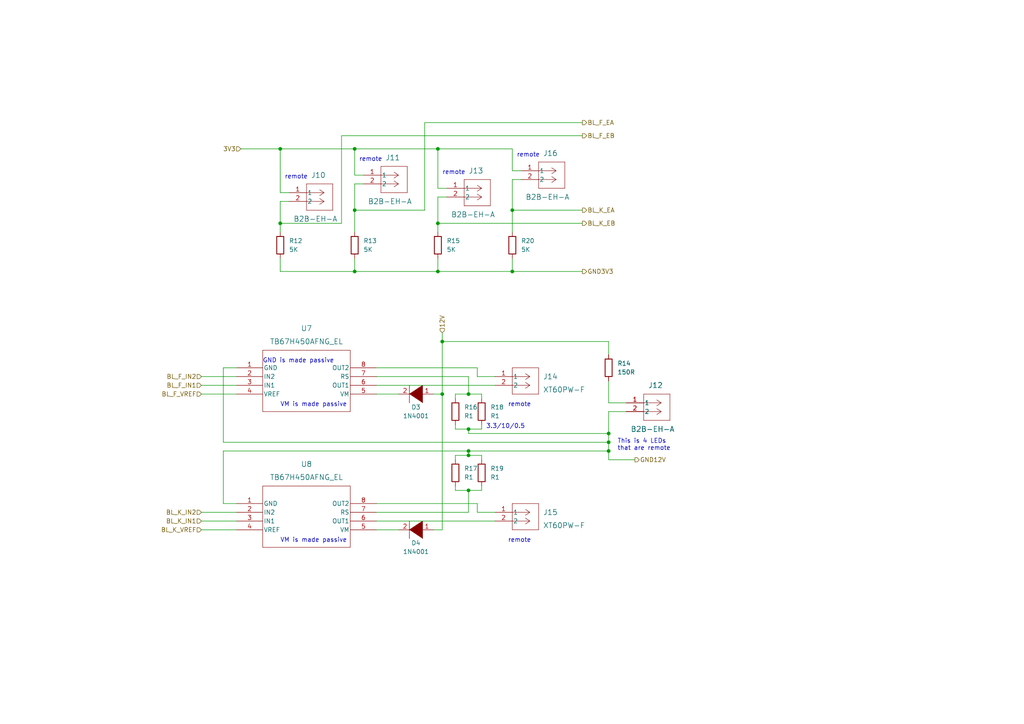
<source format=kicad_sch>
(kicad_sch (version 20211123) (generator eeschema)
  (paper "A4")
  (title_block (title "First pcb for quadruped robot v3") (date "2024-02-06") (rev "0") (company "By Andrey Shefa"))
  (lib_symbols
    (symbol "Device:R" (pin_numbers hide) (pin_names (offset 0))
      (property "Reference" "R" (at 2.032 0 90))
      (property "Value" "R" (at 0 0 90))
      (symbol "R_0_1"
        (rectangle (start -1.016 -2.54) (end 1.016 2.54) (stroke (width 0.254)))
      )
      (symbol "R_1_1"
        (pin passive line (at 0 3.81 270) (length 1.27) (name "~") (number "1"))
        (pin passive line (at 0 -3.81 90) (length 1.27) (name "~") (number "2"))
      )
    )
    (symbol "TB67H450AFNG_EL_1" (pin_names (offset 0.254))
      (property "Reference" "U2" (at 20.32 11.43 0))
      (property "Value" "TB67H450AFNG_EL" (at 20.32 7.62 0))
      (symbol "TB67H450AFNG_EL_1_0_1"
        (polyline (pts (xy 7.62 -12.7) (xy 33.02 -12.7)) (stroke (width 0.127)))
        (polyline (pts (xy 7.62 5.08) (xy 7.62 -12.7)) (stroke (width 0.127)))
        (polyline (pts (xy 33.02 -12.7) (xy 33.02 5.08)) (stroke (width 0.127)))
        (polyline (pts (xy 33.02 5.08) (xy 7.62 5.08)) (stroke (width 0.127)))
        (pin passive line (at 0 0 0) (length 7.62) (name "GND") (number "1"))
        (pin input line (at 0 -2.54 0) (length 7.62) (name "IN2") (number "2"))
        (pin input line (at 0 -5.08 0) (length 7.62) (name "IN1") (number "3"))
        (pin unspecified line (at 0 -7.62 0) (length 7.62) (name "VREF") (number "4"))
        (pin passive line (at 40.64 -7.62 180) (length 7.62) (name "VM") (number "5"))
        (pin output line (at 40.64 -5.08 180) (length 7.62) (name "OUT1") (number "6"))
        (pin unspecified line (at 40.64 -2.54 180) (length 7.62) (name "RS") (number "7"))
        (pin output line (at 40.64 0 180) (length 7.62) (name "OUT2") (number "8"))
      )
    )
    (symbol "library:B2B-EH-A_LFSN" (pin_names (offset 0.254))
      (property "Reference" "J" (at 8.89 6.35 0))
      (property "Value" "B2B-EH-A_LFSN" (at 0 0 0))
      (symbol "B2B-EH-A_LFSN_1_1"
        (polyline (pts (xy 5.08 -5.08) (xy 12.7 -5.08)) (stroke (width 0.127)))
        (polyline (pts (xy 5.08 2.54) (xy 5.08 -5.08)) (stroke (width 0.127)))
        (polyline (pts (xy 10.16 -2.54) (xy 5.08 -2.54)) (stroke (width 0.127)))
        (polyline (pts (xy 10.16 -2.54) (xy 8.89 -3.3867)) (stroke (width 0.127)))
        (polyline (pts (xy 10.16 -2.54) (xy 8.89 -1.6933)) (stroke (width 0.127)))
        (polyline (pts (xy 10.16 0) (xy 5.08 0)) (stroke (width 0.127)))
        (polyline (pts (xy 10.16 0) (xy 8.89 -0.8467)) (stroke (width 0.127)))
        (polyline (pts (xy 10.16 0) (xy 8.89 0.8467)) (stroke (width 0.127)))
        (polyline (pts (xy 12.7 -5.08) (xy 12.7 2.54)) (stroke (width 0.127)))
        (polyline (pts (xy 12.7 2.54) (xy 5.08 2.54)) (stroke (width 0.127)))
        (pin unspecified line (at 0 0 0) (length 5.08) (name "1") (number "1"))
        (pin unspecified line (at 0 -2.54 0) (length 5.08) (name "2") (number "2"))
      )
      (symbol "B2B-EH-A_LFSN_1_2"
        (polyline (pts (xy 5.08 -5.08) (xy 12.7 -5.08)) (stroke (width 0.127)))
        (polyline (pts (xy 5.08 2.54) (xy 5.08 -5.08)) (stroke (width 0.127)))
        (polyline (pts (xy 7.62 -2.54) (xy 5.08 -2.54)) (stroke (width 0.127)))
        (polyline (pts (xy 7.62 -2.54) (xy 8.89 -3.3867)) (stroke (width 0.127)))
        (polyline (pts (xy 7.62 -2.54) (xy 8.89 -1.6933)) (stroke (width 0.127)))
        (polyline (pts (xy 7.62 0) (xy 5.08 0)) (stroke (width 0.127)))
        (polyline (pts (xy 7.62 0) (xy 8.89 -0.8467)) (stroke (width 0.127)))
        (polyline (pts (xy 7.62 0) (xy 8.89 0.8467)) (stroke (width 0.127)))
        (polyline (pts (xy 12.7 -5.08) (xy 12.7 2.54)) (stroke (width 0.127)))
        (polyline (pts (xy 12.7 2.54) (xy 5.08 2.54)) (stroke (width 0.127)))
        (pin unspecified line (at 0 0 0) (length 5.08) (name "1") (number "1"))
        (pin unspecified line (at 0 -2.54 0) (length 5.08) (name "2") (number "2"))
      )
    )
    (symbol "library:TB67H450AFNG_EL" (pin_names (offset 0.254))
      (property "Reference" "U3" (at 20.32 11.43 0))
      (property "Value" "TB67H450AFNG_EL" (at 20.32 7.62 0))
      (symbol "TB67H450AFNG_EL_0_1"
        (polyline (pts (xy 7.62 -12.7) (xy 33.02 -12.7)) (stroke (width 0.127)))
        (polyline (pts (xy 7.62 5.08) (xy 7.62 -12.7)) (stroke (width 0.127)))
        (polyline (pts (xy 33.02 -12.7) (xy 33.02 5.08)) (stroke (width 0.127)))
        (polyline (pts (xy 33.02 5.08) (xy 7.62 5.08)) (stroke (width 0.127)))
        (pin power_out line (at 0 0 0) (length 7.62) (name "GND") (number "1"))
        (pin input line (at 0 -2.54 0) (length 7.62) (name "IN2") (number "2"))
        (pin input line (at 0 -5.08 0) (length 7.62) (name "IN1") (number "3"))
        (pin unspecified line (at 0 -7.62 0) (length 7.62) (name "VREF") (number "4"))
        (pin passive line (at 40.64 -7.62 180) (length 7.62) (name "VM") (number "5"))
        (pin output line (at 40.64 -5.08 180) (length 7.62) (name "OUT1") (number "6"))
        (pin unspecified line (at 40.64 -2.54 180) (length 7.62) (name "RS") (number "7"))
        (pin output line (at 40.64 0 180) (length 7.62) (name "OUT2") (number "8"))
      )
    )
    (symbol "library:XT60PW-F" (pin_names (offset 0.254))
      (property "Reference" "J" (at 8.89 6.35 0))
      (property "Value" "XT60PW-F" (at 0 0 0))
      (symbol "XT60PW-F_1_1"
        (polyline (pts (xy 5.08 -5.08) (xy 12.7 -5.08)) (stroke (width 0.127)))
        (polyline (pts (xy 5.08 2.54) (xy 5.08 -5.08)) (stroke (width 0.127)))
        (polyline (pts (xy 10.16 -2.54) (xy 5.08 -2.54)) (stroke (width 0.127)))
        (polyline (pts (xy 10.16 -2.54) (xy 8.89 -3.3867)) (stroke (width 0.127)))
        (polyline (pts (xy 10.16 -2.54) (xy 8.89 -1.6933)) (stroke (width 0.127)))
        (polyline (pts (xy 10.16 0) (xy 5.08 0)) (stroke (width 0.127)))
        (polyline (pts (xy 10.16 0) (xy 8.89 -0.8467)) (stroke (width 0.127)))
        (polyline (pts (xy 10.16 0) (xy 8.89 0.8467)) (stroke (width 0.127)))
        (polyline (pts (xy 12.7 -5.08) (xy 12.7 2.54)) (stroke (width 0.127)))
        (polyline (pts (xy 12.7 2.54) (xy 5.08 2.54)) (stroke (width 0.127)))
        (pin unspecified line (at 0 0 0) (length 5.08) (name "1") (number "1"))
        (pin unspecified line (at 0 -2.54 0) (length 5.08) (name "2") (number "2"))
      )
      (symbol "XT60PW-F_1_2"
        (polyline (pts (xy 5.08 -5.08) (xy 12.7 -5.08)) (stroke (width 0.127)))
        (polyline (pts (xy 5.08 2.54) (xy 5.08 -5.08)) (stroke (width 0.127)))
        (polyline (pts (xy 7.62 -2.54) (xy 5.08 -2.54)) (stroke (width 0.127)))
        (polyline (pts (xy 7.62 -2.54) (xy 8.89 -3.3867)) (stroke (width 0.127)))
        (polyline (pts (xy 7.62 -2.54) (xy 8.89 -1.6933)) (stroke (width 0.127)))
        (polyline (pts (xy 7.62 0) (xy 5.08 0)) (stroke (width 0.127)))
        (polyline (pts (xy 7.62 0) (xy 8.89 -0.8467)) (stroke (width 0.127)))
        (polyline (pts (xy 7.62 0) (xy 8.89 0.8467)) (stroke (width 0.127)))
        (polyline (pts (xy 12.7 -5.08) (xy 12.7 2.54)) (stroke (width 0.127)))
        (polyline (pts (xy 12.7 2.54) (xy 5.08 2.54)) (stroke (width 0.127)))
        (pin unspecified line (at 0 0 0) (length 5.08) (name "1") (number "1"))
        (pin unspecified line (at 0 -2.54 0) (length 5.08) (name "2") (number "2"))
      )
    )
    (symbol "pspice:DIODE" (pin_names (offset 1.016) hide)
      (property "Reference" "D" (at 0 3.81 0))
      (property "Value" "DIODE" (at 0 -4.445 0))
      (symbol "DIODE_0_1"
        (polyline (pts (xy 1.905 2.54) (xy 1.905 -2.54)))
        (polyline (pts (xy -1.905 2.54) (xy -1.905 -2.54) (xy 1.905 0)) (fill (type outline)))
      )
      (symbol "DIODE_1_1"
        (pin input line (at -5.08 0 0) (length 3.81) (name "K") (number "1"))
        (pin input line (at 5.08 0 180) (length 3.81) (name "A") (number "2"))
      )
    )
  )
  (junction (at 176.53 130.81))
  (junction (at 102.87 78.74))
  (junction (at 102.87 43.18))
  (junction (at 176.53 125.73))
  (junction (at 128.27 114.3))
  (junction (at 148.59 60.96))
  (junction (at 81.28 43.18))
  (junction (at 135.89 132.08))
  (junction (at 148.59 78.74))
  (junction (at 127 64.77))
  (junction (at 128.27 99.06))
  (junction (at 135.89 114.3))
  (junction (at 176.53 128.27))
  (junction (at 102.87 60.96))
  (junction (at 127 78.74))
  (junction (at 127 43.18))
  (junction (at 81.28 64.77))
  (junction (at 135.89 142.24))
  (junction (at 135.89 130.81))
  (junction (at 135.89 124.46))
  (wire (pts (xy 109.22 153.67) (xy 115.57 153.67)))
  (wire (pts (xy 176.53 102.87) (xy 176.53 99.06)))
  (wire (pts (xy 83.82 55.88) (xy 81.28 55.88)))
  (wire (pts (xy 105.41 50.8) (xy 102.87 50.8)))
  (wire (pts (xy 132.08 115.57) (xy 132.08 114.3)))
  (wire (pts (xy 132.08 124.46) (xy 135.89 124.46)))
  (wire (pts (xy 127 43.18) (xy 127 54.61)))
  (wire (pts (xy 138.43 146.05) (xy 109.22 146.05)))
  (wire (pts (xy 81.28 58.42) (xy 81.28 64.77)))
  (wire (pts (xy 176.53 128.27) (xy 176.53 130.81)))
  (wire (pts (xy 132.08 133.35) (xy 132.08 132.08)))
  (wire (pts (xy 139.7 114.3) (xy 135.89 114.3)))
  (wire (pts (xy 128.27 153.67) (xy 128.27 114.3)))
  (wire (pts (xy 102.87 78.74) (xy 127 78.74)))
  (wire (pts (xy 135.89 114.3) (xy 135.89 109.22)))
  (wire (pts (xy 64.77 128.27) (xy 176.53 128.27)))
  (wire (pts (xy 58.42 109.22) (xy 68.58 109.22)))
  (wire (pts (xy 123.19 35.56) (xy 168.91 35.56)))
  (wire (pts (xy 139.7 123.19) (xy 139.7 124.46)))
  (wire (pts (xy 143.51 109.22) (xy 138.43 109.22)))
  (wire (pts (xy 135.89 130.81) (xy 176.53 130.81)))
  (wire (pts (xy 102.87 53.34) (xy 102.87 60.96)))
  (wire (pts (xy 68.58 146.05) (xy 64.77 146.05)))
  (wire (pts (xy 176.53 99.06) (xy 128.27 99.06)))
  (wire (pts (xy 81.28 64.77) (xy 99.06 64.77)))
  (wire (pts (xy 148.59 74.93) (xy 148.59 78.74)))
  (wire (pts (xy 148.59 43.18) (xy 148.59 49.53)))
  (wire (pts (xy 102.87 43.18) (xy 127 43.18)))
  (wire (pts (xy 64.77 146.05) (xy 64.77 130.81)))
  (wire (pts (xy 127 57.15) (xy 127 64.77)))
  (wire (pts (xy 127 64.77) (xy 127 67.31)))
  (wire (pts (xy 125.73 114.3) (xy 128.27 114.3)))
  (wire (pts (xy 135.89 124.46) (xy 135.89 125.73)))
  (wire (pts (xy 81.28 74.93) (xy 81.28 78.74)))
  (wire (pts (xy 58.42 111.76) (xy 68.58 111.76)))
  (wire (pts (xy 176.53 130.81) (xy 176.53 133.35)))
  (wire (pts (xy 148.59 60.96) (xy 148.59 67.31)))
  (wire (pts (xy 99.06 64.77) (xy 99.06 39.37)))
  (wire (pts (xy 68.58 106.68) (xy 64.77 106.68)))
  (wire (pts (xy 148.59 52.07) (xy 148.59 60.96)))
  (wire (pts (xy 135.89 132.08) (xy 135.89 130.81)))
  (wire (pts (xy 109.22 148.59) (xy 135.89 148.59)))
  (wire (pts (xy 135.89 125.73) (xy 176.53 125.73)))
  (wire (pts (xy 102.87 53.34) (xy 105.41 53.34)))
  (wire (pts (xy 138.43 109.22) (xy 138.43 106.68)))
  (wire (pts (xy 102.87 43.18) (xy 102.87 50.8)))
  (wire (pts (xy 129.54 57.15) (xy 127 57.15)))
  (wire (pts (xy 176.53 125.73) (xy 176.53 128.27)))
  (wire (pts (xy 139.7 124.46) (xy 135.89 124.46)))
  (wire (pts (xy 132.08 123.19) (xy 132.08 124.46)))
  (wire (pts (xy 58.42 151.13) (xy 68.58 151.13)))
  (wire (pts (xy 139.7 133.35) (xy 139.7 132.08)))
  (wire (pts (xy 125.73 153.67) (xy 128.27 153.67)))
  (wire (pts (xy 127 74.93) (xy 127 78.74)))
  (wire (pts (xy 176.53 119.38) (xy 181.61 119.38)))
  (wire (pts (xy 151.13 49.53) (xy 148.59 49.53)))
  (wire (pts (xy 127 54.61) (xy 129.54 54.61)))
  (wire (pts (xy 138.43 106.68) (xy 109.22 106.68)))
  (wire (pts (xy 176.53 116.84) (xy 181.61 116.84)))
  (wire (pts (xy 143.51 148.59) (xy 138.43 148.59)))
  (wire (pts (xy 81.28 64.77) (xy 81.28 67.31)))
  (wire (pts (xy 102.87 60.96) (xy 123.19 60.96)))
  (wire (pts (xy 99.06 39.37) (xy 168.91 39.37)))
  (wire (pts (xy 58.42 148.59) (xy 68.58 148.59)))
  (wire (pts (xy 127 43.18) (xy 148.59 43.18)))
  (wire (pts (xy 132.08 142.24) (xy 135.89 142.24)))
  (wire (pts (xy 81.28 78.74) (xy 102.87 78.74)))
  (wire (pts (xy 81.28 43.18) (xy 81.28 55.88)))
  (wire (pts (xy 127 78.74) (xy 148.59 78.74)))
  (wire (pts (xy 64.77 130.81) (xy 135.89 130.81)))
  (wire (pts (xy 139.7 142.24) (xy 135.89 142.24)))
  (wire (pts (xy 102.87 60.96) (xy 102.87 67.31)))
  (wire (pts (xy 127 64.77) (xy 168.91 64.77)))
  (wire (pts (xy 139.7 115.57) (xy 139.7 114.3)))
  (wire (pts (xy 109.22 151.13) (xy 143.51 151.13)))
  (wire (pts (xy 128.27 96.52) (xy 128.27 99.06)))
  (wire (pts (xy 128.27 99.06) (xy 128.27 114.3)))
  (wire (pts (xy 176.53 110.49) (xy 176.53 116.84)))
  (wire (pts (xy 102.87 74.93) (xy 102.87 78.74)))
  (wire (pts (xy 81.28 58.42) (xy 83.82 58.42)))
  (wire (pts (xy 132.08 140.97) (xy 132.08 142.24)))
  (wire (pts (xy 58.42 153.67) (xy 68.58 153.67)))
  (wire (pts (xy 176.53 133.35) (xy 184.15 133.35)))
  (wire (pts (xy 148.59 60.96) (xy 168.91 60.96)))
  (wire (pts (xy 132.08 114.3) (xy 135.89 114.3)))
  (wire (pts (xy 64.77 106.68) (xy 64.77 128.27)))
  (wire (pts (xy 139.7 140.97) (xy 139.7 142.24)))
  (wire (pts (xy 81.28 43.18) (xy 102.87 43.18)))
  (wire (pts (xy 123.19 60.96) (xy 123.19 35.56)))
  (wire (pts (xy 148.59 52.07) (xy 151.13 52.07)))
  (wire (pts (xy 139.7 132.08) (xy 135.89 132.08)))
  (wire (pts (xy 58.42 114.3) (xy 68.58 114.3)))
  (wire (pts (xy 135.89 142.24) (xy 135.89 148.59)))
  (wire (pts (xy 176.53 119.38) (xy 176.53 125.73)))
  (wire (pts (xy 148.59 78.74) (xy 168.91 78.74)))
  (wire (pts (xy 69.85 43.18) (xy 81.28 43.18)))
  (wire (pts (xy 138.43 148.59) (xy 138.43 146.05)))
  (wire (pts (xy 109.22 114.3) (xy 115.57 114.3)))
  (wire (pts (xy 109.22 109.22) (xy 135.89 109.22)))
  (wire (pts (xy 132.08 132.08) (xy 135.89 132.08)))
  (wire (pts (xy 109.22 111.76) (xy 143.51 111.76)))
  (text "remote\n" (at 147.32 118.11 0) (effects (font (size 1.27 1.27)) (justify left bottom)))
  (text "VM is made passive" (at 81.28 118.11 0) (effects (font (size 1.27 1.27)) (justify left bottom)))
  (text "remote\n" (at 128.27 50.8 0) (effects (font (size 1.27 1.27)) (justify left bottom)))
  (text "remote\n" (at 147.32 157.48 0) (effects (font (size 1.27 1.27)) (justify left bottom)))
  (text "remote\n" (at 149.86 45.72 0) (effects (font (size 1.27 1.27)) (justify left bottom)))
  (text "GND is made passive" (at 76.2 105.41 0) (effects (font (size 1.27 1.27)) (justify left bottom)))
  (text "remote\n" (at 104.14 46.99 0) (effects (font (size 1.27 1.27)) (justify left bottom)))
  (text "3.3/10/0.5" (at 140.97 124.46 0) (effects (font (size 1.27 1.27)) (justify left bottom)))
  (text "VM is made passive" (at 81.28 157.48 0) (effects (font (size 1.27 1.27)) (justify left bottom)))
  (text "remote\n" (at 82.55 52.07 0) (effects (font (size 1.27 1.27)) (justify left bottom)))
  (text "This is 4 LEDs \nthat are remote" (at 179.07 130.81 0) (effects (font (size 1.27 1.27)) (justify left bottom)))
  (hierarchical_label "12V" (shape input) (at 128.27 96.52 90))
  (hierarchical_label "BL_K_VREF" (shape input) (at 58.42 153.67 180))
  (hierarchical_label "BL_F_EA" (shape output) (at 168.91 35.56 0))
  (hierarchical_label "BL_F_IN1" (shape input) (at 58.42 111.76 180))
  (hierarchical_label "BL_K_IN2" (shape input) (at 58.42 148.59 180))
  (hierarchical_label "BL_K_EB" (shape output) (at 168.91 64.77 0))
  (hierarchical_label "BL_F_IN2" (shape input) (at 58.42 109.22 180))
  (hierarchical_label "BL_F_EB" (shape output) (at 168.91 39.37 0))
  (hierarchical_label "3V3" (shape input) (at 69.85 43.18 180))
  (hierarchical_label "GND3V3" (shape output) (at 168.91 78.74 0))
  (hierarchical_label "BL_K_IN1" (shape input) (at 58.42 151.13 180))
  (hierarchical_label "GND12V" (shape output) (at 184.15 133.35 0))
  (hierarchical_label "BL_K_EA" (shape output) (at 168.91 60.96 0))
  (hierarchical_label "BL_F_VREF" (shape input) (at 58.42 114.3 180))
  (symbol (lib_id "library:B2B-EH-A_LFSN") (at 181.61 116.84 0) (unit 1)
    (property "Reference" "J12" (at 187.96 111.76 0) (effects (font (size 1.524 1.524)) (justify left)))
    (property "Value" "B2B-EH-A" (at 182.88 124.46 0) (effects (font (size 1.524 1.524)) (justify left)))
    (property "Footprint" "quadruped-lib-footprints:CONN_B2B-EH-A LFSN_JST" (effects hide))
    (property "Datasheet" "B2B-EH-A LFSN" (effects hide))
  )
  (symbol (lib_id "Device:R") (at 139.7 119.38 0) (unit 1)
    (property "Reference" "R18" (at 142.24 118.1099 0) (effects (justify left)))
    (property "Value" "R1" (at 142.24 120.6499 0) (effects (justify left)))
    (property "Footprint" "Resistor_THT:R_Axial_DIN0207_L6.3mm_D2.5mm_P10.16mm_Horizontal" (effects hide))
  )
  (symbol (lib_id "library:B2B-EH-A_LFSN") (at 83.82 55.88 0) (unit 1)
    (property "Reference" "J10" (at 90.17 50.8 0) (effects (font (size 1.524 1.524)) (justify left)))
    (property "Value" "B2B-EH-A" (at 85.09 63.5 0) (effects (font (size 1.524 1.524)) (justify left)))
    (property "Footprint" "quadruped-lib-footprints:CONN_B2B-EH-A LFSN_JST" (effects hide))
    (property "Datasheet" "B2B-EH-A LFSN" (effects hide))
  )
  (symbol (lib_id "library:B2B-EH-A_LFSN") (at 105.41 50.8 0) (unit 1)
    (property "Reference" "J11" (at 111.76 45.72 0) (effects (font (size 1.524 1.524)) (justify left)))
    (property "Value" "B2B-EH-A" (at 106.68 58.42 0) (effects (font (size 1.524 1.524)) (justify left)))
    (property "Footprint" "quadruped-lib-footprints:CONN_B2B-EH-A LFSN_JST" (effects hide))
    (property "Datasheet" "B2B-EH-A LFSN" (effects hide))
  )
  (symbol (lib_id "library:TB67H450AFNG_EL") (at 68.58 146.05 0) (unit 1)
    (property "Reference" "U8" (at 88.9 134.62 0) (effects (font (size 1.524 1.524))))
    (property "Value" "TB67H450AFNG_EL" (at 88.9 138.43 0) (effects (font (size 1.524 1.524))))
    (property "Footprint" "quadruped-lib-footprints:P-HSOP8-0405-1.27-002_TOS" (effects hide))
    (property "Datasheet" "TB67H450AFNG_EL" (effects hide))
  )
  (symbol (lib_id "library:B2B-EH-A_LFSN") (at 151.13 49.53 0) (unit 1)
    (property "Reference" "J16" (at 157.48 44.45 0) (effects (font (size 1.524 1.524)) (justify left)))
    (property "Value" "B2B-EH-A" (at 152.4 57.15 0) (effects (font (size 1.524 1.524)) (justify left)))
    (property "Footprint" "quadruped-lib-footprints:CONN_B2B-EH-A LFSN_JST" (effects hide))
    (property "Datasheet" "B2B-EH-A LFSN" (effects hide))
  )
  (symbol (lib_id "Device:R") (at 127 71.12 0) (unit 1)
    (property "Reference" "R15" (at 129.54 69.8499 0) (effects (justify left)))
    (property "Value" "5K" (at 129.54 72.3899 0) (effects (justify left)))
    (property "Footprint" "Resistor_THT:R_Axial_DIN0207_L6.3mm_D2.5mm_P10.16mm_Horizontal" (effects hide))
  )
  (symbol (lib_id "Device:R") (at 148.59 71.12 0) (unit 1)
    (property "Reference" "R20" (at 151.13 69.8499 0) (effects (justify left)))
    (property "Value" "5K" (at 151.13 72.3899 0) (effects (justify left)))
    (property "Footprint" "Resistor_THT:R_Axial_DIN0207_L6.3mm_D2.5mm_P10.16mm_Horizontal" (effects hide))
  )
  (symbol (lib_id "Device:R") (at 102.87 71.12 0) (unit 1)
    (property "Reference" "R13" (at 105.41 69.8499 0) (effects (justify left)))
    (property "Value" "5K" (at 105.41 72.3899 0) (effects (justify left)))
    (property "Footprint" "Resistor_THT:R_Axial_DIN0207_L6.3mm_D2.5mm_P10.16mm_Horizontal" (effects hide))
  )
  (symbol (lib_id "pspice:DIODE") (at 120.65 153.67 180) (unit 1)
    (property "Reference" "D4" (at 120.65 157.48 0))
    (property "Value" "1N4001" (at 120.65 160.02 0))
    (property "Footprint" "Diode_THT:D_DO-41_SOD81_P7.62mm_Horizontal" (effects hide))
  )
  (symbol (lib_id "Device:R") (at 132.08 119.38 0) (unit 1)
    (property "Reference" "R16" (at 134.62 118.1099 0) (effects (justify left)))
    (property "Value" "R1" (at 134.62 120.6499 0) (effects (justify left)))
    (property "Footprint" "Resistor_THT:R_Axial_DIN0207_L6.3mm_D2.5mm_P10.16mm_Horizontal" (effects hide))
  )
  (symbol (lib_id "Device:R") (at 132.08 137.16 0) (unit 1)
    (property "Reference" "R17" (at 134.62 135.8899 0) (effects (justify left)))
    (property "Value" "R1" (at 134.62 138.4299 0) (effects (justify left)))
    (property "Footprint" "Resistor_THT:R_Axial_DIN0207_L6.3mm_D2.5mm_P10.16mm_Horizontal" (effects hide))
  )
  (symbol (lib_name "TB67H450AFNG_EL_1") (lib_id "library:TB67H450AFNG_EL") (at 68.58 106.68 0) (unit 1)
    (property "Reference" "U7" (at 88.9 95.25 0) (effects (font (size 1.524 1.524))))
    (property "Value" "TB67H450AFNG_EL" (at 88.9 99.06 0) (effects (font (size 1.524 1.524))))
    (property "Footprint" "quadruped-lib-footprints:P-HSOP8-0405-1.27-002_TOS" (effects hide))
    (property "Datasheet" "TB67H450AFNG_EL" (effects hide))
  )
  (symbol (lib_id "Device:R") (at 139.7 137.16 0) (unit 1)
    (property "Reference" "R19" (at 142.24 135.8899 0) (effects (justify left)))
    (property "Value" "R1" (at 142.24 138.4299 0) (effects (justify left)))
    (property "Footprint" "Resistor_THT:R_Axial_DIN0207_L6.3mm_D2.5mm_P10.16mm_Horizontal" (effects hide))
  )
  (symbol (lib_id "library:B2B-EH-A_LFSN") (at 129.54 54.61 0) (unit 1)
    (property "Reference" "J13" (at 135.89 49.53 0) (effects (font (size 1.524 1.524)) (justify left)))
    (property "Value" "B2B-EH-A" (at 130.81 62.23 0) (effects (font (size 1.524 1.524)) (justify left)))
    (property "Footprint" "quadruped-lib-footprints:CONN_B2B-EH-A LFSN_JST" (effects hide))
    (property "Datasheet" "B2B-EH-A LFSN" (effects hide))
  )
  (symbol (lib_id "library:XT60PW-F") (at 143.51 109.22 0) (unit 1)
    (property "Reference" "J14" (at 157.48 109.22 0) (effects (font (size 1.524 1.524)) (justify left)))
    (property "Value" "XT60PW-F" (at 157.48 113.03 0) (effects (font (size 1.524 1.524)) (justify left)))
    (property "Footprint" "quadruped-lib-footprints:CONN_XT60PW-F_AMA" (effects hide))
    (property "Datasheet" "XT60PW-F" (effects hide))
  )
  (symbol (lib_id "pspice:DIODE") (at 120.65 114.3 180) (unit 1)
    (property "Reference" "D3" (at 120.65 118.11 0))
    (property "Value" "1N4001" (at 120.65 120.65 0))
    (property "Footprint" "Diode_THT:D_DO-41_SOD81_P7.62mm_Horizontal" (effects hide))
  )
  (symbol (lib_id "Device:R") (at 176.53 106.68 180) (unit 1)
    (property "Reference" "R14" (at 179.07 105.4099 0) (effects (justify right)))
    (property "Value" "150R" (at 179.07 107.9499 0) (effects (justify right)))
    (property "Footprint" "Resistor_THT:R_Axial_DIN0207_L6.3mm_D2.5mm_P10.16mm_Horizontal" (effects hide))
  )
  (symbol (lib_id "library:XT60PW-F") (at 143.51 148.59 0) (unit 1)
    (property "Reference" "J15" (at 157.48 148.59 0) (effects (font (size 1.524 1.524)) (justify left)))
    (property "Value" "XT60PW-F" (at 157.48 152.4 0) (effects (font (size 1.524 1.524)) (justify left)))
    (property "Footprint" "quadruped-lib-footprints:CONN_XT60PW-F_AMA" (effects hide))
    (property "Datasheet" "XT60PW-F" (effects hide))
  )
  (symbol (lib_id "Device:R") (at 81.28 71.12 0) (unit 1)
    (property "Reference" "R12" (at 83.82 69.8499 0) (effects (justify left)))
    (property "Value" "5K" (at 83.82 72.3899 0) (effects (justify left)))
    (property "Footprint" "Resistor_THT:R_Axial_DIN0207_L6.3mm_D2.5mm_P10.16mm_Horizontal" (effects hide))
  )
)
</source>
